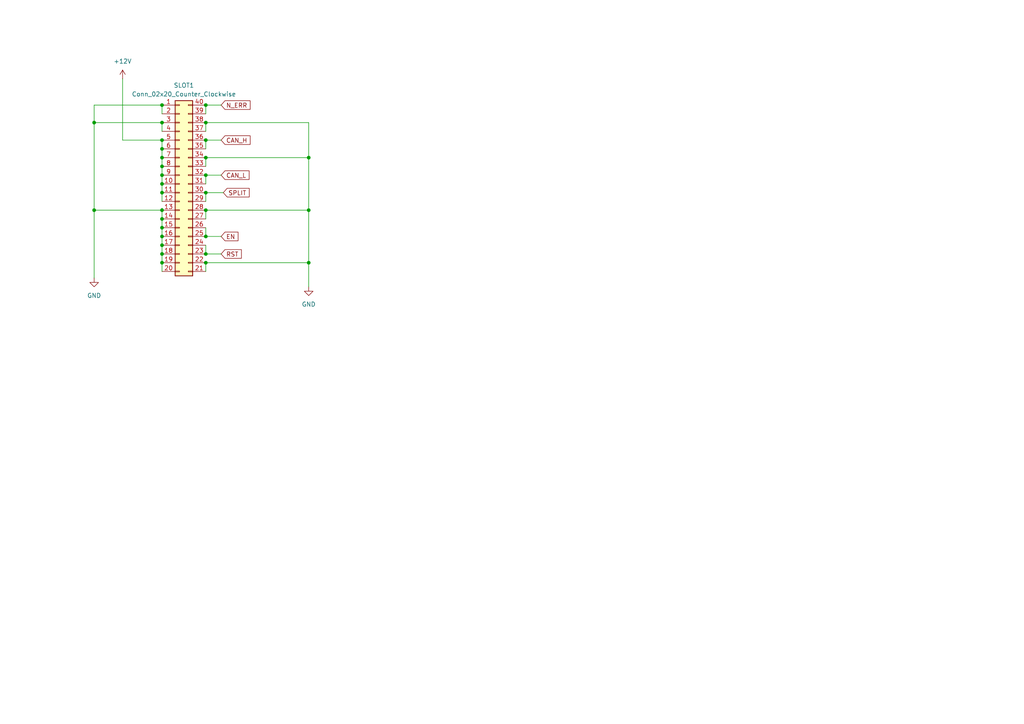
<source format=kicad_sch>
(kicad_sch (version 20231120) (generator "eeschema") (generator_version "8.0")
  (paper "A4")
  (lib_symbols
    (symbol "Connector_Generic:Conn_02x20_Counter_Clockwise" (pin_names (offset 1.016) hide)
      (property "Reference" "J" (at 1.27 25.4 0))
      (property "Value" "Conn_02x20_Counter_Clockwise" (at 1.27 -27.94 0))
      (symbol "Conn_02x20_Counter_Clockwise_1_1"
        (rectangle (start -1.27 -25.273) (end 0 -25.527) (stroke (width 0.1524)))
        (rectangle (start -1.27 -22.733) (end 0 -22.987) (stroke (width 0.1524)))
        (rectangle (start -1.27 -20.193) (end 0 -20.447) (stroke (width 0.1524)))
        (rectangle (start -1.27 -17.653) (end 0 -17.907) (stroke (width 0.1524)))
        (rectangle (start -1.27 -15.113) (end 0 -15.367) (stroke (width 0.1524)))
        (rectangle (start -1.27 -12.573) (end 0 -12.827) (stroke (width 0.1524)))
        (rectangle (start -1.27 -10.033) (end 0 -10.287) (stroke (width 0.1524)))
        (rectangle (start -1.27 -7.493) (end 0 -7.747) (stroke (width 0.1524)))
        (rectangle (start -1.27 -4.953) (end 0 -5.207) (stroke (width 0.1524)))
        (rectangle (start -1.27 -2.413) (end 0 -2.667) (stroke (width 0.1524)))
        (rectangle (start -1.27 0.127) (end 0 -0.127) (stroke (width 0.1524)))
        (rectangle (start -1.27 2.667) (end 0 2.413) (stroke (width 0.1524)))
        (rectangle (start -1.27 5.207) (end 0 4.953) (stroke (width 0.1524)))
        (rectangle (start -1.27 7.747) (end 0 7.493) (stroke (width 0.1524)))
        (rectangle (start -1.27 10.287) (end 0 10.033) (stroke (width 0.1524)))
        (rectangle (start -1.27 12.827) (end 0 12.573) (stroke (width 0.1524)))
        (rectangle (start -1.27 15.367) (end 0 15.113) (stroke (width 0.1524)))
        (rectangle (start -1.27 17.907) (end 0 17.653) (stroke (width 0.1524)))
        (rectangle (start -1.27 20.447) (end 0 20.193) (stroke (width 0.1524)))
        (rectangle (start -1.27 22.987) (end 0 22.733) (stroke (width 0.1524)))
        (rectangle (start -1.27 24.13) (end 3.81 -26.67) (stroke (width 0.254)) (fill (type background)))
        (rectangle (start 3.81 -25.273) (end 2.54 -25.527) (stroke (width 0.1524)))
        (rectangle (start 3.81 -22.733) (end 2.54 -22.987) (stroke (width 0.1524)))
        (rectangle (start 3.81 -20.193) (end 2.54 -20.447) (stroke (width 0.1524)))
        (rectangle (start 3.81 -17.653) (end 2.54 -17.907) (stroke (width 0.1524)))
        (rectangle (start 3.81 -15.113) (end 2.54 -15.367) (stroke (width 0.1524)))
        (rectangle (start 3.81 -12.573) (end 2.54 -12.827) (stroke (width 0.1524)))
        (rectangle (start 3.81 -10.033) (end 2.54 -10.287) (stroke (width 0.1524)))
        (rectangle (start 3.81 -7.493) (end 2.54 -7.747) (stroke (width 0.1524)))
        (rectangle (start 3.81 -4.953) (end 2.54 -5.207) (stroke (width 0.1524)))
        (rectangle (start 3.81 -2.413) (end 2.54 -2.667) (stroke (width 0.1524)))
        (rectangle (start 3.81 0.127) (end 2.54 -0.127) (stroke (width 0.1524)))
        (rectangle (start 3.81 2.667) (end 2.54 2.413) (stroke (width 0.1524)))
        (rectangle (start 3.81 5.207) (end 2.54 4.953) (stroke (width 0.1524)))
        (rectangle (start 3.81 7.747) (end 2.54 7.493) (stroke (width 0.1524)))
        (rectangle (start 3.81 10.287) (end 2.54 10.033) (stroke (width 0.1524)))
        (rectangle (start 3.81 12.827) (end 2.54 12.573) (stroke (width 0.1524)))
        (rectangle (start 3.81 15.367) (end 2.54 15.113) (stroke (width 0.1524)))
        (rectangle (start 3.81 17.907) (end 2.54 17.653) (stroke (width 0.1524)))
        (rectangle (start 3.81 20.447) (end 2.54 20.193) (stroke (width 0.1524)))
        (rectangle (start 3.81 22.987) (end 2.54 22.733) (stroke (width 0.1524)))
        (pin passive line (at -5.08 22.86 0) (length 3.81) (name "Pin_1") (number "1"))
        (pin passive line (at -5.08 0 0) (length 3.81) (name "Pin_10") (number "10"))
        (pin passive line (at -5.08 -2.54 0) (length 3.81) (name "Pin_11") (number "11"))
        (pin passive line (at -5.08 -5.08 0) (length 3.81) (name "Pin_12") (number "12"))
        (pin passive line (at -5.08 -7.62 0) (length 3.81) (name "Pin_13") (number "13"))
        (pin passive line (at -5.08 -10.16 0) (length 3.81) (name "Pin_14") (number "14"))
        (pin passive line (at -5.08 -12.7 0) (length 3.81) (name "Pin_15") (number "15"))
        (pin passive line (at -5.08 -15.24 0) (length 3.81) (name "Pin_16") (number "16"))
        (pin passive line (at -5.08 -17.78 0) (length 3.81) (name "Pin_17") (number "17"))
        (pin passive line (at -5.08 -20.32 0) (length 3.81) (name "Pin_18") (number "18"))
        (pin passive line (at -5.08 -22.86 0) (length 3.81) (name "Pin_19") (number "19"))
        (pin passive line (at -5.08 20.32 0) (length 3.81) (name "Pin_2") (number "2"))
        (pin passive line (at -5.08 -25.4 0) (length 3.81) (name "Pin_20") (number "20"))
        (pin passive line (at 7.62 -25.4 180) (length 3.81) (name "Pin_21") (number "21"))
        (pin passive line (at 7.62 -22.86 180) (length 3.81) (name "Pin_22") (number "22"))
        (pin passive line (at 7.62 -20.32 180) (length 3.81) (name "Pin_23") (number "23"))
        (pin passive line (at 7.62 -17.78 180) (length 3.81) (name "Pin_24") (number "24"))
        (pin passive line (at 7.62 -15.24 180) (length 3.81) (name "Pin_25") (number "25"))
        (pin passive line (at 7.62 -12.7 180) (length 3.81) (name "Pin_26") (number "26"))
        (pin passive line (at 7.62 -10.16 180) (length 3.81) (name "Pin_27") (number "27"))
        (pin passive line (at 7.62 -7.62 180) (length 3.81) (name "Pin_28") (number "28"))
        (pin passive line (at 7.62 -5.08 180) (length 3.81) (name "Pin_29") (number "29"))
        (pin passive line (at -5.08 17.78 0) (length 3.81) (name "Pin_3") (number "3"))
        (pin passive line (at 7.62 -2.54 180) (length 3.81) (name "Pin_30") (number "30"))
        (pin passive line (at 7.62 0 180) (length 3.81) (name "Pin_31") (number "31"))
        (pin passive line (at 7.62 2.54 180) (length 3.81) (name "Pin_32") (number "32"))
        (pin passive line (at 7.62 5.08 180) (length 3.81) (name "Pin_33") (number "33"))
        (pin passive line (at 7.62 7.62 180) (length 3.81) (name "Pin_34") (number "34"))
        (pin passive line (at 7.62 10.16 180) (length 3.81) (name "Pin_35") (number "35"))
        (pin passive line (at 7.62 12.7 180) (length 3.81) (name "Pin_36") (number "36"))
        (pin passive line (at 7.62 15.24 180) (length 3.81) (name "Pin_37") (number "37"))
        (pin passive line (at 7.62 17.78 180) (length 3.81) (name "Pin_38") (number "38"))
        (pin passive line (at 7.62 20.32 180) (length 3.81) (name "Pin_39") (number "39"))
        (pin passive line (at -5.08 15.24 0) (length 3.81) (name "Pin_4") (number "4"))
        (pin passive line (at 7.62 22.86 180) (length 3.81) (name "Pin_40") (number "40"))
        (pin passive line (at -5.08 12.7 0) (length 3.81) (name "Pin_5") (number "5"))
        (pin passive line (at -5.08 10.16 0) (length 3.81) (name "Pin_6") (number "6"))
        (pin passive line (at -5.08 7.62 0) (length 3.81) (name "Pin_7") (number "7"))
        (pin passive line (at -5.08 5.08 0) (length 3.81) (name "Pin_8") (number "8"))
        (pin passive line (at -5.08 2.54 0) (length 3.81) (name "Pin_9") (number "9"))
      )
    )
    (symbol "power:+12V" (power) (pin_numbers hide) (pin_names (offset 0) hide)
      (property "Value" "+12V" (at 0 3.556 0))
      (symbol "+12V_0_1"
        (polyline (pts (xy -0.762 1.27) (xy 0 2.54)))
        (polyline (pts (xy 0 0) (xy 0 2.54)))
        (polyline (pts (xy 0 2.54) (xy 0.762 1.27)))
      )
      (symbol "+12V_1_1"
        (pin power_in line (at 0 0 90) (length 0) (name "~") (number "1"))
      )
    )
    (symbol "power:GND" (power) (pin_numbers hide) (pin_names (offset 0) hide)
      (property "Value" "GND" (at 0 -3.81 0))
      (symbol "GND_0_1"
        (polyline (pts (xy 0 0) (xy 0 -1.27) (xy 1.27 -1.27) (xy 0 -2.54) (xy -1.27 -1.27) (xy 0 -1.27)))
      )
      (symbol "GND_1_1"
        (pin power_in line (at 0 0 270) (length 0) (name "~") (number "1"))
      )
    )
  )
  (junction (at 89.535 45.72))
  (junction (at 89.535 60.96))
  (junction (at 59.69 73.66))
  (junction (at 46.99 53.34))
  (junction (at 46.99 55.88))
  (junction (at 46.99 63.5))
  (junction (at 46.99 50.8))
  (junction (at 46.99 66.04))
  (junction (at 27.305 60.96))
  (junction (at 59.69 35.56))
  (junction (at 89.535 76.2))
  (junction (at 27.305 35.56))
  (junction (at 46.99 43.18))
  (junction (at 59.69 40.64))
  (junction (at 46.99 30.48))
  (junction (at 59.69 45.72))
  (junction (at 46.99 68.58))
  (junction (at 59.69 55.88))
  (junction (at 46.99 60.96))
  (junction (at 59.69 30.48))
  (junction (at 46.99 48.26))
  (junction (at 46.99 76.2))
  (junction (at 46.99 40.64))
  (junction (at 46.99 71.12))
  (junction (at 59.69 60.96))
  (junction (at 59.69 68.58))
  (junction (at 46.99 73.66))
  (junction (at 59.69 50.8))
  (junction (at 59.69 76.2))
  (junction (at 46.99 45.72))
  (junction (at 46.99 35.56))
  (wire (pts (xy 46.99 76.2) (xy 46.99 78.74)))
  (wire (pts (xy 46.99 60.325) (xy 46.99 60.96)))
  (wire (pts (xy 46.99 71.12) (xy 46.99 73.66)))
  (wire (pts (xy 59.69 66.04) (xy 59.69 68.58)))
  (wire (pts (xy 59.69 50.8) (xy 64.135 50.8)))
  (wire (pts (xy 59.69 73.66) (xy 64.135 73.66)))
  (wire (pts (xy 59.69 45.72) (xy 89.535 45.72)))
  (wire (pts (xy 89.535 60.96) (xy 89.535 76.2)))
  (wire (pts (xy 46.99 35.56) (xy 46.99 38.1)))
  (wire (pts (xy 59.69 68.58) (xy 64.135 68.58)))
  (wire (pts (xy 46.99 68.58) (xy 46.99 71.12)))
  (wire (pts (xy 27.305 60.96) (xy 46.99 60.96)))
  (wire (pts (xy 46.99 40.64) (xy 46.99 43.18)))
  (wire (pts (xy 46.99 48.26) (xy 46.99 50.8)))
  (wire (pts (xy 59.69 40.64) (xy 64.135 40.64)))
  (wire (pts (xy 27.305 80.645) (xy 27.305 60.96)))
  (wire (pts (xy 35.56 22.86) (xy 35.56 40.64)))
  (wire (pts (xy 27.305 35.56) (xy 46.99 35.56)))
  (wire (pts (xy 59.69 76.2) (xy 89.535 76.2)))
  (wire (pts (xy 59.69 30.48) (xy 64.135 30.48)))
  (wire (pts (xy 89.535 45.72) (xy 89.535 60.96)))
  (wire (pts (xy 59.69 60.96) (xy 89.535 60.96)))
  (wire (pts (xy 46.99 30.48) (xy 46.99 33.02)))
  (wire (pts (xy 59.69 76.2) (xy 59.69 78.74)))
  (wire (pts (xy 27.305 30.48) (xy 46.99 30.48)))
  (wire (pts (xy 46.99 63.5) (xy 46.99 66.04)))
  (wire (pts (xy 27.305 60.96) (xy 27.305 35.56)))
  (wire (pts (xy 59.69 55.88) (xy 59.69 58.42)))
  (wire (pts (xy 35.56 40.64) (xy 46.99 40.64)))
  (wire (pts (xy 59.69 40.64) (xy 59.69 43.18)))
  (wire (pts (xy 59.69 35.56) (xy 89.535 35.56)))
  (wire (pts (xy 59.69 50.8) (xy 59.69 53.34)))
  (wire (pts (xy 46.99 66.04) (xy 46.99 68.58)))
  (wire (pts (xy 46.99 45.72) (xy 46.99 48.26)))
  (wire (pts (xy 89.535 76.2) (xy 89.535 83.185)))
  (wire (pts (xy 89.535 35.56) (xy 89.535 45.72)))
  (wire (pts (xy 46.99 60.96) (xy 46.99 63.5)))
  (wire (pts (xy 59.69 45.72) (xy 59.69 48.26)))
  (wire (pts (xy 59.69 35.56) (xy 59.69 38.1)))
  (wire (pts (xy 46.99 53.34) (xy 46.99 55.88)))
  (wire (pts (xy 46.99 43.18) (xy 46.99 45.72)))
  (wire (pts (xy 59.69 30.48) (xy 59.69 33.02)))
  (wire (pts (xy 59.69 71.12) (xy 59.69 73.66)))
  (wire (pts (xy 46.99 55.88) (xy 46.99 58.42)))
  (wire (pts (xy 27.305 35.56) (xy 27.305 30.48)))
  (wire (pts (xy 59.69 55.88) (xy 64.77 55.88)))
  (wire (pts (xy 59.69 60.96) (xy 59.69 63.5)))
  (wire (pts (xy 46.99 50.8) (xy 46.99 53.34)))
  (wire (pts (xy 46.99 73.66) (xy 46.99 76.2)))
  (global_label "N_ERR" (shape input) (at 64.135 30.48 0) (property "Intersheetrefs" "${INTERSHEET_REFS}" (effects (hide yes))))
  (global_label "CAN_H" (shape input) (at 64.135 40.64 0) (property "Intersheetrefs" "${INTERSHEET_REFS}" (effects (hide yes))))
  (global_label "SPLIT" (shape input) (at 64.77 55.88 0) (property "Intersheetrefs" "${INTERSHEET_REFS}" (effects (hide yes))))
  (global_label "CAN_L" (shape input) (at 64.135 50.8 0) (property "Intersheetrefs" "${INTERSHEET_REFS}" (effects (hide yes))))
  (global_label "RST" (shape input) (at 64.135 73.66 0) (property "Intersheetrefs" "${INTERSHEET_REFS}" (effects (hide yes))))
  (global_label "EN" (shape input) (at 64.135 68.58 0) (property "Intersheetrefs" "${INTERSHEET_REFS}" (effects (hide yes))))
  (symbol (lib_id "power:GND") (at 89.535 83.185 0) (unit 1)
    (property "Reference" "#PWR03" (effects (hide yes)))
    (property "Value" "GND" (at 89.535 88.265 0))
    (property "Description" "Power symbol creates a global label with name \"GND\" , ground" (effects (hide yes)))
  )
  (symbol (lib_id "power:+12V") (at 35.56 22.86 0) (unit 1)
    (property "Reference" "#PWR02" (effects (hide yes)))
    (property "Value" "+12V" (at 35.56 17.78 0))
    (property "Description" "Power symbol creates a global label with name \"+12V\"" (effects (hide yes)))
  )
  (symbol (lib_id "power:GND") (at 27.305 80.645 0) (unit 1)
    (property "Reference" "#PWR01" (effects (hide yes)))
    (property "Value" "GND" (at 27.305 85.725 0))
    (property "Description" "Power symbol creates a global label with name \"GND\" , ground" (effects (hide yes)))
  )
  (symbol (lib_id "Connector_Generic:Conn_02x20_Counter_Clockwise") (at 52.07 53.34 0) (unit 1)
    (property "Reference" "SLOT1" (at 53.34 24.765 0))
    (property "Value" "Conn_02x20_Counter_Clockwise" (at 53.34 27.305 0))
    (property "Footprint" "Connector_IDC:IDC-Header_2x20_P2.54mm_Horizontal" (effects (hide yes)))
    (property "Description" "Generic connector, double row, 02x20, counter clockwise pin numbering scheme (similar to DIP package numbering), script generated (kicad-library-utils/schlib/autogen/connector/)" (effects (hide yes)))
  )
)
</source>
